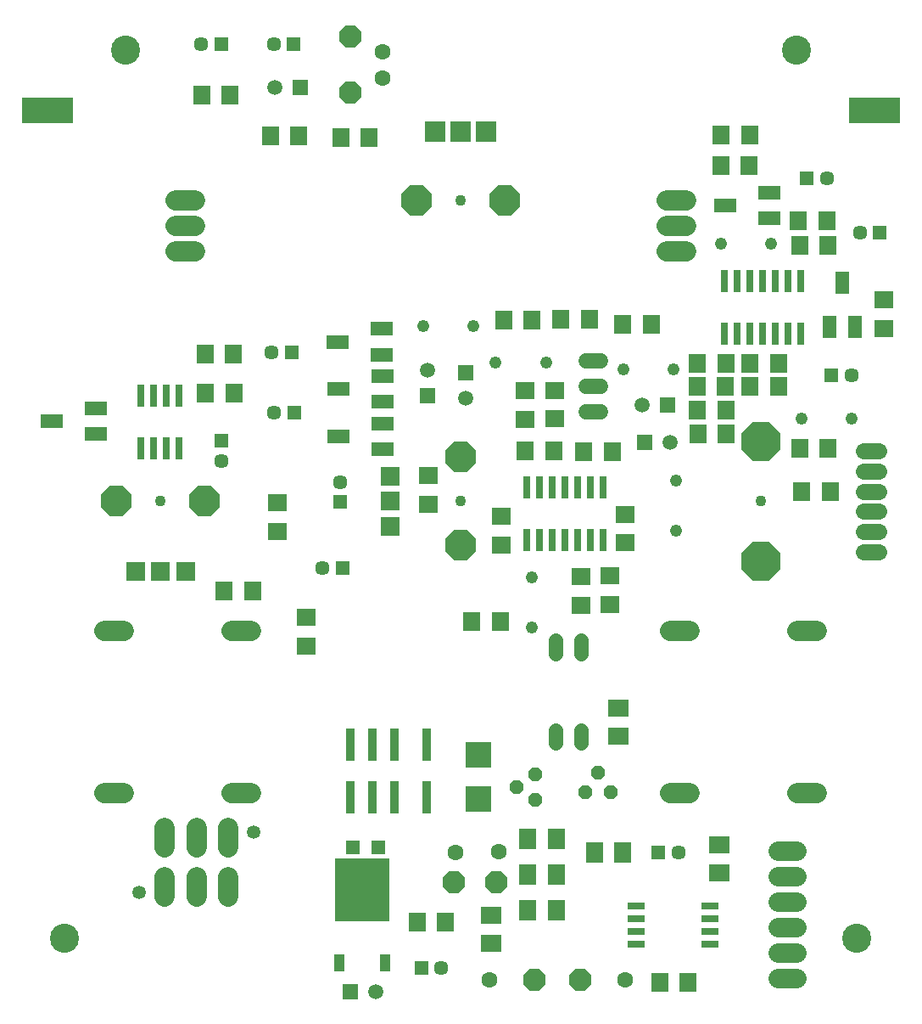
<source format=gbr>
G04 EAGLE Gerber X2 export*
%TF.Part,Single*%
%TF.FileFunction,Soldermask,Top,1*%
%TF.FilePolarity,Positive*%
%TF.GenerationSoftware,Autodesk,EAGLE,9.2.2*%
%TF.CreationDate,2019-06-08T20:52:32Z*%
G75*
%MOMM*%
%FSLAX34Y34*%
%LPD*%
%INSoldermask Top*%
%AMOC8*
5,1,8,0,0,1.08239X$1,22.5*%
G01*
%ADD10C,1.244600*%
%ADD11R,1.451600X1.451600*%
%ADD12C,1.451600*%
%ADD13R,1.701600X1.901600*%
%ADD14R,1.901600X1.701600*%
%ADD15C,1.509600*%
%ADD16R,1.509600X1.509600*%
%ADD17R,0.701600X2.301600*%
%ADD18C,2.051600*%
%ADD19R,0.901600X3.201600*%
%ADD20P,2.446851X8X112.500000*%
%ADD21R,1.701600X1.904600*%
%ADD22R,2.286000X1.422400*%
%ADD23R,1.904600X1.701600*%
%ADD24R,1.422400X2.286000*%
%ADD25R,2.101600X1.701600*%
%ADD26R,1.701600X2.101600*%
%ADD27R,1.101600X1.701600*%
%ADD28R,5.501600X6.301600*%
%ADD29R,1.651000X0.635000*%
%ADD30R,1.981200X1.981200*%
%ADD31P,3.357141X8X292.500000*%
%ADD32C,1.101600*%
%ADD33P,2.446851X8X22.500000*%
%ADD34P,2.446851X8X202.500000*%
%ADD35R,2.501600X2.501600*%
%ADD36R,1.371600X1.371600*%
%ADD37C,1.609600*%
%ADD38P,4.233877X8X292.500000*%
%ADD39C,1.981200*%
%ADD40C,1.351600*%
%ADD41C,2.901600*%
%ADD42R,5.181600X2.641600*%
%ADD43P,1.539592X8X112.500000*%
%ADD44C,1.601600*%
%ADD45P,3.357141X8X202.500000*%
%ADD46C,1.524000*%
%ADD47C,2.057400*%
%ADD48R,2.057400X2.057400*%
%ADD49P,3.357141X8X112.500000*%
%ADD50P,1.539592X8X22.500000*%
%ADD51C,1.422400*%


D10*
X513722Y384460D03*
X513722Y434460D03*
D11*
X812551Y635345D03*
D12*
X832551Y635345D03*
D11*
X273939Y658477D03*
D12*
X253939Y658477D03*
D13*
X679574Y576956D03*
X707574Y576956D03*
D10*
X782905Y592749D03*
X832905Y592749D03*
X527562Y648635D03*
X477562Y648635D03*
D11*
X321794Y509377D03*
D12*
X321794Y529377D03*
D11*
X788182Y832407D03*
D12*
X808182Y832407D03*
D11*
X861071Y777583D03*
D12*
X841071Y777583D03*
D10*
X604711Y641405D03*
X654711Y641405D03*
D11*
X276089Y598484D03*
D12*
X256089Y598484D03*
D10*
X657859Y530638D03*
X657859Y480638D03*
D11*
X203425Y570566D03*
D12*
X203425Y550566D03*
D11*
X324662Y443446D03*
D12*
X304662Y443446D03*
D14*
X591425Y435479D03*
X591425Y407479D03*
D11*
X276037Y965820D03*
D12*
X256037Y965820D03*
D13*
X184396Y915428D03*
X212396Y915428D03*
X399453Y90453D03*
X427453Y90453D03*
D11*
X403109Y44963D03*
D12*
X423109Y44963D03*
D11*
X203287Y965665D03*
D12*
X183287Y965665D03*
D13*
X280920Y874103D03*
X252920Y874103D03*
D15*
X357957Y20706D03*
D16*
X332557Y20706D03*
D15*
X256960Y923048D03*
D16*
X282360Y923048D03*
D17*
X521232Y471705D03*
X521232Y523705D03*
X508532Y471705D03*
X533932Y471705D03*
X546632Y471705D03*
X508532Y523705D03*
X533932Y523705D03*
X546632Y523705D03*
X572032Y471705D03*
X572032Y523705D03*
X559332Y471705D03*
X584732Y471705D03*
X559332Y523705D03*
X584732Y523705D03*
X718251Y677263D03*
X718251Y729263D03*
X705551Y677263D03*
X730951Y677263D03*
X743651Y677263D03*
X705551Y729263D03*
X730951Y729263D03*
X743651Y729263D03*
X769051Y677263D03*
X769051Y729263D03*
X756351Y677263D03*
X781751Y677263D03*
X756351Y729263D03*
X781751Y729263D03*
D18*
X106250Y218850D02*
X86750Y218850D01*
X86750Y381150D02*
X106250Y381150D01*
X213750Y218850D02*
X233250Y218850D01*
X233250Y381150D02*
X213750Y381150D01*
D19*
X408205Y267599D03*
X376205Y267599D03*
X354205Y267599D03*
X332205Y267599D03*
X408205Y214599D03*
X376205Y214599D03*
X354205Y214599D03*
X332205Y214599D03*
D20*
X515874Y32854D03*
X561679Y32854D03*
D18*
X778750Y381150D02*
X798250Y381150D01*
X798250Y218850D02*
X778750Y218850D01*
X671250Y381150D02*
X651750Y381150D01*
X651750Y218850D02*
X671250Y218850D01*
D21*
X706993Y624985D03*
X678553Y624985D03*
D22*
X750408Y792147D03*
X706408Y804877D03*
X750408Y817607D03*
X363686Y656399D03*
X319686Y669129D03*
X363686Y681859D03*
D23*
X536457Y620752D03*
X536457Y592312D03*
D21*
X535225Y560010D03*
X506785Y560010D03*
D22*
X364540Y609573D03*
X320540Y622303D03*
X364540Y635033D03*
D21*
X604107Y686424D03*
X632547Y686424D03*
X809189Y765476D03*
X780749Y765476D03*
X730724Y845148D03*
X702284Y845148D03*
D24*
X810893Y684048D03*
X823623Y728048D03*
X836353Y684048D03*
D23*
X864531Y710902D03*
X864531Y682462D03*
X288000Y394220D03*
X288000Y365780D03*
D22*
X77998Y576990D03*
X33998Y589720D03*
X77998Y602450D03*
D25*
X473327Y97285D03*
X473327Y69285D03*
D21*
X678935Y601007D03*
X707375Y601007D03*
X807929Y790055D03*
X779489Y790055D03*
X707297Y647430D03*
X678857Y647430D03*
D26*
X537699Y173758D03*
X509699Y173758D03*
D21*
X759743Y624832D03*
X731303Y624832D03*
X811403Y519796D03*
X782963Y519796D03*
X809293Y562512D03*
X780853Y562512D03*
D26*
X509699Y137862D03*
X537699Y137862D03*
D25*
X700727Y167434D03*
X700727Y139434D03*
D21*
X453780Y390000D03*
X482220Y390000D03*
X731427Y647449D03*
X759867Y647449D03*
X565602Y559432D03*
X594042Y559432D03*
D23*
X562917Y406603D03*
X562917Y435043D03*
D21*
X513891Y690710D03*
X485451Y690710D03*
X542394Y691388D03*
X570834Y691388D03*
D27*
X321513Y49774D03*
X367113Y49774D03*
D28*
X344313Y122774D03*
D29*
X617481Y106458D03*
X617481Y93758D03*
X617481Y81058D03*
X617481Y68358D03*
X691649Y68358D03*
X691649Y81058D03*
X691649Y93758D03*
X691649Y106458D03*
D30*
X168000Y440000D03*
X143000Y440000D03*
X118000Y440000D03*
D31*
X187000Y510000D03*
X99000Y510000D03*
D32*
X143000Y510000D03*
D33*
X332290Y918003D03*
D34*
X332290Y973295D03*
D35*
X460171Y257116D03*
X460171Y213116D03*
D36*
X335188Y164867D03*
X360588Y164867D03*
D37*
X844462Y539996D02*
X859542Y539996D01*
X859542Y559996D02*
X844462Y559996D01*
X844462Y459996D02*
X859542Y459996D01*
X859542Y519996D02*
X844462Y519996D01*
X844462Y499996D02*
X859542Y499996D01*
X859542Y479996D02*
X844462Y479996D01*
D38*
X742002Y569996D03*
X742002Y449996D03*
D32*
X742002Y509996D03*
D39*
X759298Y161666D02*
X778094Y161666D01*
X778094Y136266D02*
X759298Y136266D01*
X759298Y110866D02*
X778094Y110866D01*
X778094Y85466D02*
X759298Y85466D01*
X759298Y60066D02*
X778094Y60066D01*
X778094Y34666D02*
X759298Y34666D01*
D18*
X146800Y115500D02*
X146800Y135000D01*
X178800Y135000D02*
X178800Y115500D01*
X210800Y115500D02*
X210800Y135000D01*
X210800Y165000D02*
X210800Y184500D01*
X178800Y184500D02*
X178800Y165000D01*
X146800Y165000D02*
X146800Y184500D01*
D40*
X121800Y120000D03*
X235800Y180000D03*
D41*
X108000Y960000D03*
X778000Y960000D03*
D10*
X702253Y766759D03*
X752253Y766759D03*
D42*
X855323Y900000D03*
X30529Y900000D03*
D43*
X516971Y237414D03*
X497921Y224714D03*
X516971Y212014D03*
D41*
X47000Y74500D03*
X838000Y74500D03*
D44*
X364520Y958431D03*
X364520Y932359D03*
X606469Y32854D03*
X471084Y32854D03*
D13*
X350791Y873022D03*
X322791Y873022D03*
D26*
X537699Y101966D03*
X509699Y101966D03*
D23*
X506739Y591943D03*
X506739Y620383D03*
D15*
X409773Y641036D03*
D16*
X409773Y615636D03*
D15*
X447437Y612644D03*
D16*
X447437Y638044D03*
D15*
X651406Y568795D03*
D16*
X626006Y568795D03*
D15*
X623884Y605694D03*
D16*
X649284Y605694D03*
D10*
X405027Y684557D03*
X455027Y684557D03*
D21*
X215728Y656933D03*
X187288Y656933D03*
X187898Y617508D03*
X216338Y617508D03*
D30*
X372500Y535000D03*
X372500Y510000D03*
X372500Y485000D03*
D45*
X442500Y554000D03*
X442500Y466000D03*
D32*
X442500Y510000D03*
D22*
X364357Y561834D03*
X320357Y574564D03*
X364357Y587294D03*
D23*
X482818Y466620D03*
X482818Y495060D03*
X606637Y468766D03*
X606637Y497206D03*
D17*
X148250Y615223D03*
X148250Y563223D03*
X160950Y615223D03*
X135550Y615223D03*
X122850Y615223D03*
X160950Y563223D03*
X135550Y563223D03*
X122850Y563223D03*
D13*
X669112Y30270D03*
X641112Y30270D03*
D33*
X477780Y130331D03*
X435292Y130368D03*
D44*
X480604Y160951D03*
X437722Y159608D03*
D23*
X409972Y507407D03*
X409972Y535847D03*
D46*
X567861Y599225D02*
X582085Y599225D01*
X582085Y624625D02*
X567861Y624625D01*
X567861Y650025D02*
X582085Y650025D01*
D21*
X234740Y420417D03*
X206300Y420417D03*
D47*
X648121Y810170D02*
X667679Y810170D01*
X667679Y784770D02*
X648121Y784770D01*
X648121Y759370D02*
X667679Y759370D01*
X177679Y810170D02*
X158121Y810170D01*
X158121Y784770D02*
X177679Y784770D01*
X177679Y759370D02*
X158121Y759370D01*
D48*
X417100Y879088D03*
X442500Y879088D03*
X467900Y879088D03*
D49*
X486500Y810000D03*
X398500Y810000D03*
D32*
X442500Y810000D03*
D50*
X592700Y220000D03*
X580000Y239050D03*
X567300Y220000D03*
D51*
X537300Y268692D02*
X537300Y281900D01*
X562700Y281900D02*
X562700Y268692D01*
X562700Y358100D02*
X562700Y371308D01*
X537300Y371308D02*
X537300Y358100D01*
D26*
X576000Y160000D03*
X604000Y160000D03*
D25*
X600000Y304000D03*
X600000Y276000D03*
D11*
X640000Y160000D03*
D12*
X660000Y160000D03*
D21*
X702434Y875000D03*
X730874Y875000D03*
D23*
X259137Y480221D03*
X259137Y508661D03*
M02*

</source>
